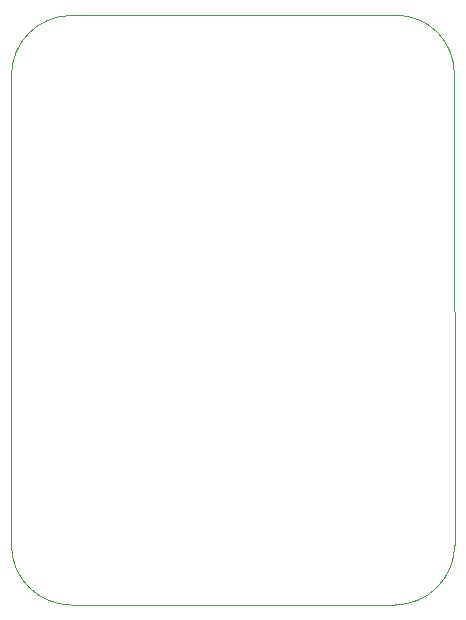
<source format=gbr>
G04 #@! TF.GenerationSoftware,KiCad,Pcbnew,(5.1.6)-1*
G04 #@! TF.CreationDate,2020-12-04T23:27:41-06:00*
G04 #@! TF.ProjectId,AmpOnly,416d704f-6e6c-4792-9e6b-696361645f70,rev?*
G04 #@! TF.SameCoordinates,Original*
G04 #@! TF.FileFunction,Profile,NP*
%FSLAX46Y46*%
G04 Gerber Fmt 4.6, Leading zero omitted, Abs format (unit mm)*
G04 Created by KiCad (PCBNEW (5.1.6)-1) date 2020-12-04 23:27:41*
%MOMM*%
%LPD*%
G01*
G04 APERTURE LIST*
G04 #@! TA.AperFunction,Profile*
%ADD10C,0.050000*%
G04 #@! TD*
G04 APERTURE END LIST*
D10*
X121930000Y-132980000D02*
G75*
G02*
X116850000Y-127900000I0J5080000D01*
G01*
X149300000Y-132980000D02*
X121930000Y-132980000D01*
X154380500Y-127900500D02*
G75*
G02*
X149300000Y-132980000I-5080000J500D01*
G01*
X154380500Y-127900500D02*
X154350000Y-88019754D01*
X116850500Y-88150000D02*
X116850000Y-127900000D01*
X121930500Y-83070000D02*
X149430500Y-83050000D01*
X116850500Y-88150000D02*
G75*
G02*
X121930500Y-83070000I5080000J0D01*
G01*
X149430500Y-83050000D02*
G75*
G02*
X154350000Y-88019754I0J-4919754D01*
G01*
M02*

</source>
